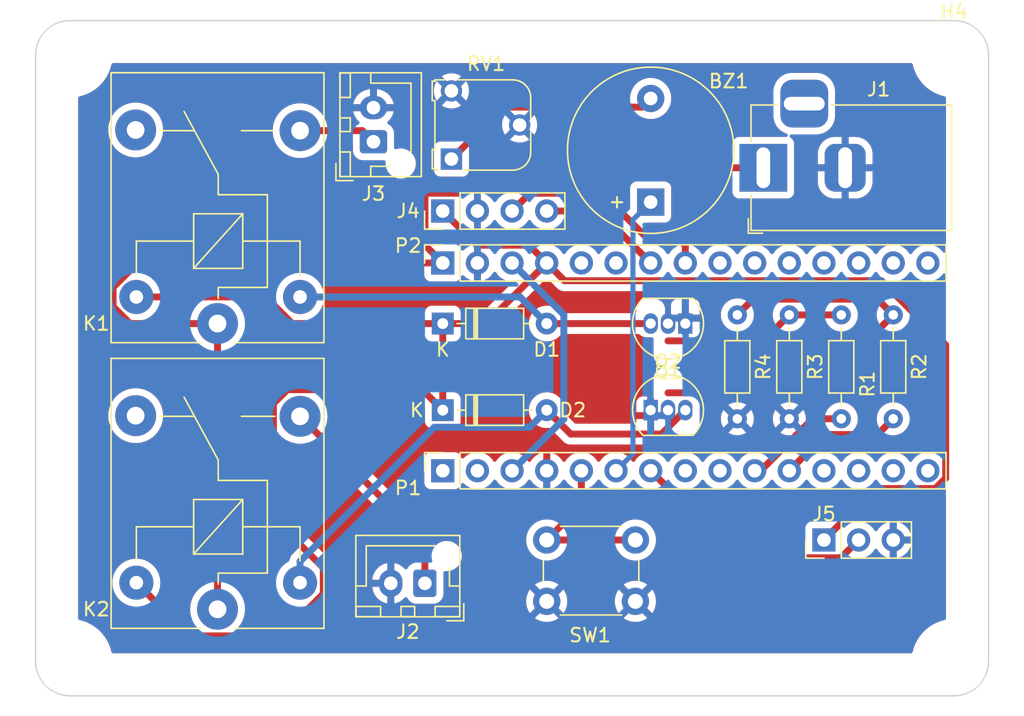
<source format=kicad_pcb>
(kicad_pcb (version 20211014) (generator pcbnew)
  (title_block (date "jeu. 02 avril 2015"))
  (layers (0 "F.Cu" signal) (31 "B.Cu" signal) (34 "B.Paste" user) (35 "F.Paste" user) (36 "B.SilkS" user "B.Silkscreen") (37 "F.SilkS" user "F.Silkscreen") (38 "B.Mask" user) (39 "F.Mask" user) (44 "Edge.Cuts" user))
  (net 0 "")
  (net 1 "/Reset")
  (net 2 "GND")
  (net 3 "+5V")
  (net 4 "Net-(BZ1-Pad2)")
  (net 5 "BUZZER")
  (net 6 "Net-(D1-Pad2)")
  (net 8 "Net-(D2-Pad2)")
  (net 10 "+12V")
  (net 11 "FAN_VCC")
  (net 12 "HEATER_VCC")
  (net 13 "LCD_I2C_SCL")
  (net 14 "ICD_I2C_SDA")
  (net 15 "FAN_RELAY")
  (net 16 "HEATER_RELAY")
  (net 17 "DHT11")
  (net 18 "CTRL")
  (net 19 "Net-(Q1-Pad2)")
  (net 20 "Net-(Q2-Pad2)")
  (net 22 "/1(Tx)")
  (net 23 "/0(Rx)")
  (net 24 "/5(**)")
  (net 25 "/6(**)")
  (net 26 "/9(**)")
  (net 27 "/10(SS)")
  (net 28 "/11(MOSI)")
  (net 29 "/12(MISO)")
  (net 30 "/A7")
  (net 31 "/A6")
  (net 32 "/A3")
  (net 33 "/A2")
  (net 34 "/A1")
  (net 35 "/A0")
  (net 36 "/AREF")
  (net 38 "/13(SCK)")
  (footprint "Connector_PinSocket_2.54mm:PinSocket_1x15_P2.54mm_Vertical" (layer "F.Cu") (at 150.495 125.095 90)
    (fp_text reference "P1" (at -1.27 -2.54 180) (layer "F.SilkS"))
    (fp_text value "Digital")
    (fp_line (start 1.33 1.27) (end 1.33 36.89) (layer "F.SilkS") (width 0.12))
    (fp_line (start 1.33 -1.33) (end 1.33 0) (layer "F.SilkS") (width 0.12))
    (fp_line (start -1.33 1.27) (end -1.33 36.89) (layer "F.SilkS") (width 0.12))
    (fp_line (start -1.33 36.89) (end 1.33 36.89) (layer "F.SilkS") (width 0.12))
    (fp_line (start -1.33 1.27) (end 1.33 1.27) (layer "F.SilkS") (width 0.12))
    (fp_line (start 0 -1.33) (end 1.33 -1.33) (layer "F.SilkS") (width 0.12))
    (pad "1" thru_hole rect locked (at 0 0 90) (size 1.7 1.7) (drill 1) (layers *.Cu *.Mask) (net 22 "/1(Tx)"))
    (pad "2" thru_hole oval locked (at 0 2.54 90) (size 1.7 1.7) (drill 1) (layers *.Cu *.Mask) (net 23 "/0(Rx)"))
    (pad "3" thru_hole oval locked (at 0 5.08 90) (size 1.7 1.7) (drill 1) (layers *.Cu *.Mask) (net 1 "/Reset"))
    (pad "4" thru_hole oval locked (at 0 7.62 90) (size 1.7 1.7) (drill 1) (layers *.Cu *.Mask) (net 2 "GND"))
    (pad "5" thru_hole oval locked (at 0 10.16 90) (size 1.7 1.7) (drill 1) (layers *.Cu *.Mask) (net 18 "CTRL"))
    (pad "6" thru_hole oval locked (at 0 12.7 90) (size 1.7 1.7) (drill 1) (layers *.Cu *.Mask) (net 5 "BUZZER"))
    (pad "7" thru_hole oval locked (at 0 15.24 90) (size 1.7 1.7) (drill 1) (layers *.Cu *.Mask) (net 17 "DHT11"))
    (pad "8" thru_hole oval locked (at 0 17.78 90) (size 1.7 1.7) (drill 1) (layers *.Cu *.Mask) (net 24 "/5(**)"))
    (pad "9" thru_hole oval locked (at 0 20.32 90) (size 1.7 1.7) (drill 1) (layers *.Cu *.Mask) (net 25 "/6(**)"))
    (pad "10" thru_hole oval locked (at 0 22.86 90) (size 1.7 1.7) (drill 1) (layers *.Cu *.Mask) (net 16 "HEATER_RELAY"))
    (pad "11" thru_hole oval locked (at 0 25.4 90) (size 1.7 1.7) (drill 1) (layers *.Cu *.Mask) (net 15 "FAN_RELAY"))
    (pad "12" thru_hole oval locked (at 0 27.94 90) (size 1.7 1.7) (drill 1) (layers *.Cu *.Mask) (net 26 "/9(**)"))
    (pad "13" thru_hole oval locked (at 0 30.48 90) (size 1.7 1.7) (drill 1) (layers *.Cu *.Mask) (net 27 "/10(SS)"))
    (pad "14" thru_hole oval locked (at 0 33.02 90) (size 1.7 1.7) (drill 1) (layers *.Cu *.Mask) (net 28 "/11(MOSI)"))
    (pad "15" thru_hole oval locked (at 0 35.56 90) (size 1.7 1.7) (drill 1) (layers *.Cu *.Mask) (net 29 "/12(MISO)"))
  )
  (footprint "Connector_PinSocket_2.54mm:PinSocket_1x15_P2.54mm_Vertical" (layer "F.Cu") (at 150.495 109.855 90)
    (fp_text reference "P2" (at 1.27 -2.54 180) (layer "F.SilkS"))
    (fp_text value "Analog")
    (fp_line (start 1.33 1.27) (end 1.33 36.89) (layer "F.SilkS") (width 0.12))
    (fp_line (start 1.33 -1.33) (end 1.33 0) (layer "F.SilkS") (width 0.12))
    (fp_line (start -1.33 36.89) (end 1.33 36.89) (layer "F.SilkS") (width 0.12))
    (fp_line (start -1.33 1.27) (end 1.33 1.27) (layer "F.SilkS") (width 0.12))
    (fp_line (start -1.33 1.27) (end -1.33 36.89) (layer "F.SilkS") (width 0.12))
    (fp_line (start 0 -1.33) (end 1.33 -1.33) (layer "F.SilkS") (width 0.12))
    (pad "1" thru_hole rect locked (at 0 0 90) (size 1.7 1.7) (drill 1) (layers *.Cu *.Mask) (net 10 "+12V"))
    (pad "2" thru_hole oval locked (at 0 2.54 90) (size 1.7 1.7) (drill 1) (layers *.Cu *.Mask) (net 2 "GND"))
    (pad "3" thru_hole oval locked (at 0 5.08 90) (size 1.7 1.7) (drill 1) (layers *.Cu *.Mask) (net 1 "/Reset"))
    (pad "4" thru_hole oval locked (at 0 7.62 90) (size 1.7 1.7) (drill 1) (layers *.Cu *.Mask) (net 3 "+5V"))
    (pad "5" thru_hole oval locked (at 0 10.16 90) (size 1.7 1.7) (drill 1) (layers *.Cu *.Mask) (net 30 "/A7"))
    (pad "6" thru_hole oval locked (at 0 12.7 90) (size 1.7 1.7) (drill 1) (layers *.Cu *.Mask) (net 31 "/A6"))
    (pad "7" thru_hole oval locked (at 0 15.24 90) (size 1.7 1.7) (drill 1) (layers *.Cu *.Mask) (net 13 "LCD_I2C_SCL"))
    (pad "8" thru_hole oval locked (at 0 17.78 90) (size 1.7 1.7) (drill 1) (layers *.Cu *.Mask) (net 14 "ICD_I2C_SDA"))
    (pad "9" thru_hole oval locked (at 0 20.32 90) (size 1.7 1.7) (drill 1) (layers *.Cu *.Mask) (net 32 "/A3"))
    (pad "10" thru_hole oval locked (at 0 22.86 90) (size 1.7 1.7) (drill 1) (layers *.Cu *.Mask) (net 33 "/A2"))
    (pad "11" thru_hole oval locked (at 0 25.4 90) (size 1.7 1.7) (drill 1) (layers *.Cu *.Mask) (net 34 "/A1"))
    (pad "12" thru_hole oval locked (at 0 27.94 90) (size 1.7 1.7) (drill 1) (layers *.Cu *.Mask) (net 35 "/A0"))
    (pad "13" thru_hole oval locked (at 0 30.48 90) (size 1.7 1.7) (drill 1) (layers *.Cu *.Mask) (net 36 "/AREF"))
    (pad "14" thru_hole oval locked (at 0 33.02 90) (size 1.7 1.7) (drill 1) (layers *.Cu *.Mask))
    (pad "15" thru_hole oval locked (at 0 35.56 90) (size 1.7 1.7) (drill 1) (layers *.Cu *.Mask) (net 38 "/13(SCK)"))
  )
  (footprint "Buzzer_Beeper:Buzzer_12x9.5RM7.6" (layer "F.Cu") (at 165.735 105.39 90)
    (fp_text reference "BZ1" (at 8.87 5.715 180) (layer "F.SilkS"))
    (fp_text value "Buzzer")
    (fp_text user "+" (at -0.01 -2.54 90) (layer "F.SilkS"))
    (fp_circle (center 3.8 0) (end 9.9 0) (layer "F.SilkS") (width 0.12) (fill none))
    (pad "1" thru_hole rect locked (at 0 0 90) (size 2 2) (drill 1) (layers *.Cu *.Mask) (net 5 "BUZZER"))
    (pad "2" thru_hole circle locked (at 7.6 0 90) (size 2 2) (drill 1) (layers *.Cu *.Mask) (net 4 "Net-(BZ1-Pad2)"))
  )
  (footprint "Diode_THT:D_DO-35_SOD27_P7.62mm_Horizontal" (layer "F.Cu") (at 150.495 114.3)
    (fp_text reference "D1" (at 7.62 1.905) (layer "F.SilkS"))
    (fp_text value "1N4148")
    (fp_text user "K" (at 0 1.905) (layer "F.SilkS"))
    (fp_line (start 2.53 -1.12) (end 2.53 1.12) (layer "F.SilkS") (width 0.12))
    (fp_line (start 2.41 -1.12) (end 2.41 1.12) (layer "F.SilkS") (width 0.12))
    (fp_line (start 1.04 0) (end 1.69 0) (layer "F.SilkS") (width 0.12))
    (fp_line (start 2.29 -1.12) (end 2.29 1.12) (layer "F.SilkS") (width 0.12))
    (fp_line (start 6.58 0) (end 5.93 0) (layer "F.SilkS") (width 0.12))
    (fp_line (start 5.93 -1.12) (end 1.69 -1.12) (layer "F.SilkS") (width 0.12))
    (fp_line (start 5.93 1.12) (end 5.93 -1.12) (layer "F.SilkS") (width 0.12))
    (fp_line (start 1.69 -1.12) (end 1.69 1.12) (layer "F.SilkS") (width 0.12))
    (fp_line (start 1.69 1.12) (end 5.93 1.12) (layer "F.SilkS") (width 0.12))
    (pad "1" thru_hole rect locked (at 0 0) (size 1.6 1.6) (drill 0.8) (layers *.Cu *.Mask) (net 3 "+5V"))
    (pad "2" thru_hole oval locked (at 7.62 0) (size 1.6 1.6) (drill 0.8) (layers *.Cu *.Mask) (net 6 "Net-(D1-Pad2)"))
  )
  (footprint "Diode_THT:D_DO-35_SOD27_P7.62mm_Horizontal" (layer "F.Cu") (at 150.495 120.65)
    (fp_text reference "D2" (at 9.525 0) (layer "F.SilkS"))
    (fp_text value "1N4148")
    (fp_text user "K" (at -1.905 0) (layer "F.SilkS"))
    (fp_line (start 2.41 -1.12) (end 2.41 1.12) (layer "F.SilkS") (width 0.12))
    (fp_line (start 5.93 1.12) (end 5.93 -1.12) (layer "F.SilkS") (width 0.12))
    (fp_line (start 1.69 1.12) (end 5.93 1.12) (layer "F.SilkS") (width 0.12))
    (fp_line (start 2.53 -1.12) (end 2.53 1.12) (layer "F.SilkS") (width 0.12))
    (fp_line (start 1.04 0) (end 1.69 0) (layer "F.SilkS") (width 0.12))
    (fp_line (start 5.93 -1.12) (end 1.69 -1.12) (layer "F.SilkS") (width 0.12))
    (fp_line (start 1.69 -1.12) (end 1.69 1.12) (layer "F.SilkS") (width 0.12))
    (fp_line (start 6.58 0) (end 5.93 0) (layer "F.SilkS") (width 0.12))
    (fp_line (start 2.29 -1.12) (end 2.29 1.12) (layer "F.SilkS") (width 0.12))
    (pad "1" thru_hole rect locked (at 0 0) (size 1.6 1.6) (drill 0.8) (layers *.Cu *.Mask) (net 3 "+5V"))
    (pad "2" thru_hole oval locked (at 7.62 0) (size 1.6 1.6) (drill 0.8) (layers *.Cu *.Mask) (net 8 "Net-(D2-Pad2)"))
  )
  (footprint "MountingHole:MountingHole_2.2mm_M2" (layer "F.Cu") (at 123.19 94.615)
    (fp_text reference "H1" hide)
    (fp_text value "MountingHole")
    (pad "" np_thru_hole circle locked (at 0 0) (size 2.2 2.2) (drill 2.2) (layers *.Cu *.Mask))
  )
  (footprint "MountingHole:MountingHole_2.2mm_M2" (layer "F.Cu") (at 123.19 139.065)
    (fp_text reference "H2" hide)
    (fp_text value "MountingHole")
    (pad "" np_thru_hole circle locked (at 0 0) (size 2.2 2.2) (drill 2.2) (layers *.Cu *.Mask))
  )
  (footprint "MountingHole:MountingHole_2.2mm_M2" (layer "F.Cu") (at 187.96 139.065)
    (fp_text reference "H3" hide)
    (fp_text value "MountingHole")
    (pad "" np_thru_hole circle locked (at 0 0) (size 2.2 2.2) (drill 2.2) (layers *.Cu *.Mask))
  )
  (footprint "Connector_BarrelJack:BarrelJack_Horizontal" (layer "F.Cu") (at 173.99 102.87 180)
    (fp_text reference "J1" (at -8.45 5.75) (layer "F.SilkS"))
    (fp_text value "Barrel_Jack_Switch")
    (fp_line (start 0.9 1.9) (end 0.9 4.6) (layer "F.SilkS") (width 0.12))
    (fp_line (start -5 4.6) (end -13.8 4.6) (layer "F.SilkS") (width 0.12))
    (fp_line (start 0.9 4.6) (end -1 4.6) (layer "F.SilkS") (width 0.12))
    (fp_line (start -13.8 -4.6) (end 0.9 -4.6) (layer "F.SilkS") (width 0.12))
    (fp_line (start 0.9 -4.6) (end 0.9 -2) (layer "F.SilkS") (width 0.12))
    (fp_line (start -13.8 4.6) (end -13.8 -4.6) (layer "F.SilkS") (width 0.12))
    (fp_line (start 1.1 -3.75) (end 1.1 -4.8) (layer "F.SilkS") (width 0.12))
    (fp_line (start 0.05 -4.8) (end 1.1 -4.8) (layer "F.SilkS") (width 0.12))
    (pad "1" thru_hole rect locked (at 0 0 180) (size 3.5 3.5) (drill oval 1 3) (layers *.Cu *.Mask) (net 10 "+12V"))
    (pad "2" thru_hole roundrect locked (at -6 0 180) (size 3 3.5) (drill oval 1 3) (layers *.Cu *.Mask) (net 2 "GND"))
    (pad "3" thru_hole roundrect locked (at -3 4.7 180) (size 3.5 3.5) (drill oval 3 1) (layers *.Cu *.Mask))
  )
  (footprint "Connector_JST:JST_XH_B2B-XH-AM_1x02_P2.50mm_Vertical" (layer "F.Cu") (at 149.185 133.35 180)
    (fp_text reference "J2" (at 1.25 -3.55) (layer "F.SilkS"))
    (fp_text value "Conn_01x02_Male")
    (fp_line (start -1.6 -2.75) (end -2.85 -2.75) (layer "F.SilkS") (width 0.12))
    (fp_line (start -2.55 -1.7) (end -0.75 -1.7) (layer "F.SilkS") (width 0.12))
    (fp_line (start -2.56 3.51) (end 5.06 3.51) (layer "F.SilkS") (width 0.12))
    (fp_line (start -0.75 -1.7) (end -0.75 -2.45) (layer "F.SilkS") (width 0.12))
    (fp_line (start -2.56 -2.46) (end -2.56 3.51) (layer "F.SilkS") (width 0.12))
    (fp_line (start 4.3 -0.2) (end 4.3 2.75) (layer "F.SilkS") (width 0.12))
    (fp_line (start -2.55 -2.45) (end -2.55 -1.7) (layer "F.SilkS") (width 0.12))
    (fp_line (start -0.75 -2.45) (end -2.55 -2.45) (layer "F.SilkS") (width 0.12))
    (fp_line (start 5.06 3.51) (end 5.06 -2.46) (layer "F.SilkS") (width 0.12))
    (fp_line (start 5.06 -2.46) (end -2.56 -2.46) (layer "F.SilkS") (width 0.12))
    (fp_line (start 0.75 -1.7) (end 1.75 -1.7) (layer "F.SilkS") (width 0.12))
    (fp_line (start 1.75 -2.45) (end 0.75 -2.45) (layer "F.SilkS") (width 0.12))
    (fp_line (start 5.05 -0.2) (end 4.3 -0.2) (layer "F.SilkS") (width 0.12))
    (fp_line (start 3.25 -1.7) (end 5.05 -1.7) (layer "F.SilkS") (width 0.12))
    (fp_line (start 4.3 2.75) (end 1.25 2.75) (layer "F.SilkS") (width 0.12))
    (fp_line (start 0.75 -2.45) (end 0.75 -1.7) (layer "F.SilkS") (width 0.12))
    (fp_line (start 3.25 -2.45) (end 3.25 -1.7) (layer "F.SilkS") (width 0.12))
    (fp_line (start 5.05 -1.7) (end 5.05 -2.45) (layer "F.SilkS") (width 0.12))
    (fp_line (start -1.8 -0.2) (end -1.8 1.14) (layer "F.SilkS") (width 0.12))
    (fp_line (start 1.25 2.75) (end -0.74 2.75) (layer "F.SilkS") (width 0.12))
    (fp_line (start -2.85 -2.75) (end -2.85 -1.5) (layer "F.SilkS") (width 0.12))
    (fp_line (start 1.75 -1.7) (end 1.75 -2.45) (layer "F.SilkS") (width 0.12))
    (fp_line (start 5.05 -2.45) (end 3.25 -2.45) (layer "F.SilkS") (width 0.12))
    (fp_line (start -2.55 -0.2) (end -1.8 -0.2) (layer "F.SilkS") (width 0.12))
    (pad "" np_thru_hole circle locked (at -1.6 2 180) (size 1.2 1.2) (drill 1.2) (layers *.Cu *.Mask))
    (pad "1" thru_hole roundrect locked (at 0 0 180) (size 1.7 2) (drill 1) (layers *.Cu *.Mask) (roundrect_rratio 0.1470588235) (net 11 "FAN_VCC"))
    (pad "2" thru_hole oval locked (at 2.5 0 180) (size 1.7 2) (drill 1) (layers *.Cu *.Mask) (net 2 "GND"))
  )
  (footprint "Connector_JST:JST_XH_B2B-XH-AM_1x02_P2.50mm_Vertical" (layer "F.Cu") (at 145.415 100.965 90)
    (fp_text reference "J3" (at -3.81 0 180) (layer "F.SilkS"))
    (fp_text value "Conn_01x02_Male")
    (fp_line (start -2.56 3.51) (end 5.06 3.51) (layer "F.SilkS") (width 0.12))
    (fp_line (start -2.55 -1.7) (end -0.75 -1.7) (layer "F.SilkS") (width 0.12))
    (fp_line (start 0.75 -2.45) (end 0.75 -1.7) (layer "F.SilkS") (width 0.12))
    (fp_line (start 5.05 -2.45) (end 3.25 -2.45) (layer "F.SilkS") (width 0.12))
    (fp_line (start 1.75 -2.45) (end 0.75 -2.45) (layer "F.SilkS") (width 0.12))
    (fp_line (start 0.75 -1.7) (end 1.75 -1.7) (layer "F.SilkS") (width 0.12))
    (fp_line (start 3.25 -2.45) (end 3.25 -1.7) (layer "F.SilkS") (width 0.12))
    (fp_line (start 4.3 2.75) (end 1.25 2.75) (layer "F.SilkS") (width 0.12))
    (fp_line (start 1.75 -1.7) (end 1.75 -2.45) (layer "F.SilkS") (width 0.12))
    (fp_line (start -1.8 -0.2) (end -1.8 1.14) (layer "F.SilkS") (width 0.12))
    (fp_line (start -2.55 -0.2) (end -1.8 -0.2) (layer "F.SilkS") (width 0.12))
    (fp_line (start 5.06 -2.46) (end -2.56 -2.46) (layer "F.SilkS") (width 0.12))
    (fp_line (start 5.05 -1.7) (end 5.05 -2.45) (layer "F.SilkS") (width 0.12))
    (fp_line (start 1.25 2.75) (end -0.74 2.75) (layer "F.SilkS") (width 0.12))
    (fp_line (start 3.25 -1.7) (end 5.05 -1.7) (layer "F.SilkS") (width 0.12))
    (fp_line (start -2.55 -2.45) (end -2.55 -1.7) (layer "F.SilkS") (width 0.12))
    (fp_line (start -0.75 -1.7) (end -0.75 -2.45) (layer "F.SilkS") (width 0.12))
    (fp_line (start -0.75 -2.45) (end -2.55 -2.45) (layer "F.SilkS") (width 0.12))
    (fp_line (start -2.85 -2.75) (end -2.85 -1.5) (layer "F.SilkS") (width 0.12))
    (fp_line (start 5.06 3.51) (end 5.06 -2.46) (layer "F.SilkS") (width 0.12))
    (fp_line (start 5.05 -0.2) (end 4.3 -0.2) (layer "F.SilkS") (width 0.12))
    (fp_line (start -2.56 -2.46) (end -2.56 3.51) (layer "F.SilkS") (width 0.12))
    (fp_line (start -1.6 -2.75) (end -2.85 -2.75) (layer "F.SilkS") (width 0.12))
    (fp_line (start 4.3 -0.2) (end 4.3 2.75) (layer "F.SilkS") (width 0.12))
    (pad "" np_thru_hole circle locked (at -1.6 2 90) (size 1.2 1.2) (drill 1.2) (layers *.Cu *.Mask))
    (pad "1" thru_hole roundrect locked (at 0 0 90) (size 1.7 2) (drill 1) (layers *.Cu *.Mask) (roundrect_rratio 0.1470588235) (net 12 "HEATER_VCC"))
    (pad "2" thru_hole oval locked (at 2.5 0 90) (size 1.7 2) (drill 1) (layers *.Cu *.Mask) (net 2 "GND"))
  )
  (footprint "Connector_PinHeader_2.54mm:PinHeader_1x04_P2.54mm_Vertical" (layer "F.Cu") (at 150.495 106.045 90)
    (fp_text reference "J4" (at 0 -2.54 180) (layer "F.SilkS"))
    (fp_text value "Conn_01x04_Male")
    (fp_line (start -1.33 -1.33) (end 0 -1.33) (layer "F.SilkS") (width 0.12))
    (fp_line (start -1.33 8.95) (end 1.33 8.95) (layer "F.SilkS") (width 0.12))
    (fp_line (start -1.33 0) (end -1.33 -1.33) (layer "F.SilkS") (width 0.12))
    (fp_line (start -1.33 1.27) (end 1.33 1.27) (layer "F.SilkS") (width 0.12))
    (fp_line (start -1.33 1.27) (end -1.33 8.95) (layer "F.SilkS") (width 0.12))
    (fp_line (start 1.33 1.27) (end 1.33 8.95) (layer "F.SilkS") (width 0.12))
    (pad "1" thru_hole rect locked (at 0 0 90) (size 1.7 1.7) (drill 1) (layers *.Cu *.Mask) (net 3 "+5V"))
    (pad "2" thru_hole oval locked (at 0 2.54 90) (size 1.7 1.7) (drill 1) (layers *.Cu *.Mask) (net 2 "GND"))
    (pad "3" thru_hole oval locked (at 0 5.08 90) (size 1.7 1.7) (drill 1) (layers *.Cu *.Mask) (net 14 "ICD_I2C_SDA"))
    (pad "4" thru_hole oval locked (at 0 7.62 90) (size 1.7 1.7) (drill 1) (layers *.Cu *.Mask) (net 13 "LCD_I2C_SCL"))
  )
  (footprint "Relay_THT:Relay_SPDT_SANYOU_SRD_Series_Form_C" (layer "F.Cu") (at 133.985 114.3 90)
    (fp_text reference "K1" (at 0 -8.89 180) (layer "F.SilkS"))
    (fp_text value "SANYOU_SRD_Form_C")
    (fp_line (start 4.05 1.85) (end 4.05 -1.75) (layer "F.SilkS") (width 0.12))
    (fp_line (start 2.65 0.05) (end 2.65 3.65) (layer "F.SilkS") (width 0.12))
    (fp_line (start 9.45 3.65) (end 2.65 3.65) (layer "F.SilkS") (width 0.12))
    (fp_line (start 14.15 -4.2) (end 14.15 -1.7) (layer "F.SilkS") (width 0.12))
    (fp_line (start 9.45 0.05) (end 10.95 0.05) (layer "F.SilkS") (width 0.12))
    (fp_line (start 6.05 -5.95) (end 3.55 -5.95) (layer "F.SilkS") (width 0.12))
    (fp_line (start -1.4 -7.8) (end 18.4 -7.8) (layer "F.SilkS") (width 0.12))
    (fp_line (start 14.15 4.2) (end 14.15 1.75) (layer "F.SilkS") (width 0.12))
    (fp_line (start -1.4 -7.8) (end -1.4 -1.2) (layer "F.SilkS") (width 0.12))
    (fp_line (start 8.05 1.85) (end 4.05 -1.75) (layer "F.SilkS") (width 0.12))
    (fp_line (start 18.4 -7.8) (end 18.4 7.8) (layer "F.SilkS") (width 0.12))
    (fp_line (start 8.05 1.85) (end 4.05 1.85) (layer "F.SilkS") (width 0.12))
    (fp_line (start 4.05 -1.75) (end 8.05 -1.75) (layer "F.SilkS") (width 0.12))
    (fp_line (start 6.05 -5.95) (end 6.05 -1.75) (layer "F.SilkS") (width 0.12))
    (fp_line (start 10.95 0.05) (end 15.55 -2.45) (layer "F.SilkS") (width 0.12))
    (fp_line (start 3.55 6.05) (end 6.05 6.05) (layer "F.SilkS") (width 0.12))
    (fp_line (start -1.4 1.2) (end -1.4 7.8) (layer "F.SilkS") (width 0.12))
    (fp_line (start 18.4 7.8) (end -1.4 7.8) (layer "F.SilkS") (width 0.12))
    (fp_line (start 6.05 1.85) (end 6.05 6.05) (layer "F.SilkS") (width 0.12))
    (fp_line (start 8.05 -1.75) (end 8.05 1.85) (layer "F.SilkS") (width 0.12))
    (fp_line (start 2.65 0.05) (end 1.85 0.05) (layer "F.SilkS") (width 0.12))
    (fp_line (start 9.45 0.05) (end 9.45 3.65) (layer "F.SilkS") (width 0.12))
    (pad "1" thru_hole circle locked (at 0 0 180) (size 3 3) (drill 1.3) (layers *.Cu *.Mask) (net 10 "+12V"))
    (pad "2" thru_hole circle locked (at 1.95 6.05 180) (size 2.5 2.5) (drill 1) (layers *.Cu *.Mask) (net 6 "Net-(D1-Pad2)"))
    (pad "3" thru_hole circle locked (at 14.15 6.05 180) (size 3 3) (drill 1.3) (layers *.Cu *.Mask) (net 12 "HEATER_VCC"))
    (pad "4" thru_hole circle locked (at 14.2 -6 180) (size 3 3) (drill 1.3) (layers *.Cu *.Mask))
    (pad "5" thru_hole circle locked (at 1.95 -5.95 180) (size 2.5 2.5) (drill 1) (layers *.Cu *.Mask) (net 3 "+5V"))
  )
  (footprint "Relay_THT:Relay_SPDT_SANYOU_SRD_Series_Form_C" (layer "F.Cu") (at 133.985 135.255 90)
    (fp_text reference "K2" (at 0 -8.89 180) (layer "F.SilkS"))
    (fp_text value "SANYOU_SRD_Form_C")
    (fp_line (start 4.05 -1.75) (end 8.05 -1.75) (layer "F.SilkS") (width 0.12))
    (fp_line (start 18.4 7.8) (end -1.4 7.8) (layer "F.SilkS") (width 0.12))
    (fp_line (start -1.4 1.2) (end -1.4 7.8) (layer "F.SilkS") (width 0.12))
    (fp_line (start 2.65 0.05) (end 1.85 0.05) (layer "F.SilkS") (width 0.12))
    (fp_line (start 8.05 1.85) (end 4.05 -1.75) (layer "F.SilkS") (width 0.12))
    (fp_line (start 6.05 -5.95) (end 3.55 -5.95) (layer "F.SilkS") (width 0.12))
    (fp_line (start 3.55 6.05) (end 6.05 6.05) (layer "F.SilkS") (width 0.12))
    (fp_line (start 18.4 -7.8) (end 18.4 7.8) (layer "F.SilkS") (width 0.12))
    (fp_line (start 2.65 0.05) (end 2.65 3.65) (layer "F.SilkS") (width 0.12))
    (fp_line (start -1.4 -7.8) (end -1.4 -1.2) (layer "F.SilkS") (width 0.12))
    (fp_line (start 9.45 0.05) (end 10.95 0.05) (layer "F.SilkS") (width 0.12))
    (fp_line (start 10.95 0.05) (end 15.55 -2.45) (layer "F.SilkS") (width 0.12))
    (fp_line (start 14.15 -4.2) (end 14.15 -1.7) (layer "F.SilkS") (width 0.12))
    (fp_line (start 9.45 3.65) (end 2.65 3.65) (layer "F.SilkS") (width 0.12))
    (fp_line (start -1.4 -7.8) (end 18.4 -7.8) (layer "F.SilkS") (width 0.12))
    (fp_line (start 4.05 1.85) (end 4.05 -1.75) (layer "F.SilkS") (width 0.12))
    (fp_line (start 6.05 -5.95) (end 6.05 -1.75) (layer "F.SilkS") (width 0.12))
    (fp_line (start 8.05 -1.75) (end 8.05 1.85) (layer "F.SilkS") (width 0.12))
    (fp_line (start 14.15 4.2) (end 14.15 1.75) (layer "F.SilkS") (width 0.12))
    (fp_line (start 6.05 1.85) (end 6.05 6.05) (layer "F.SilkS") (width 0.12))
    (fp_line (start 9.45 0.05) (end 9.45 3.65) (layer "F.SilkS") (width 0.12))
    (fp_line (start 8.05 1.85) (end 4.05 1.85) (layer "F.SilkS") (width 0.12))
    (pad "1" thru_hole circle locked (at 0 0 180) (size 3 3) (drill 1.3) (layers *.Cu *.Mask) (net 10 "+12V"))
    (pad "2" thru_hole circle locked (at 1.95 6.05 180) (size 2.5 2.5) (drill 1) (layers *.Cu *.Mask) (net 8 "Net-(D2-Pad2)"))
    (pad "3" thru_hole circle locked (at 14.15 6.05 180) (size 3 3) (drill 1.3) (layers *.Cu *.Mask) (net 11 "FAN_VCC"))
    (pad "4" thru_hole circle locked (at 14.2 -6 180) (size 3 3) (drill 1.3) (layers *.Cu *.Mask))
    (pad "5" thru_hole circle locked (at 1.95 -5.95 180) (size 2.5 2.5) (drill 1) (layers *.Cu *.Mask) (net 3 "+5V"))
  )
  (footprint "Package_TO_SOT_THT:TO-92_Inline" (layer "F.Cu") (at 168.275 114.3 180)
    (fp_text reference "Q1" (at 1.27 -3.56 180) (layer "F.SilkS"))
    (fp_text value "S8050")
    (fp_line (start -0.53 1.85) (end 3.07 1.85) (layer "F.SilkS") (width 0.12))
    (fp_arc (start -0.568478 1.838478) (mid -1.132087 -0.994977) (end 1.27 -2.6) (layer "F.SilkS") (width 0.12))
    (fp_arc (start 1.27 -2.6) (mid 3.672087 -0.994977) (end 3.108478 1.838478) (layer "F.SilkS") (width 0.12))
    (pad "1" thru_hole rect (at 0 0 180) (size 1.05 1.5) (drill 0.75) (layers *.Cu *.Mask) (net 2 "GND"))
    (pad "2" thru_hole oval (at 1.27 0 180) (size 1.05 1.5) (drill 0.75) (layers *.Cu *.Mask) (net 19 "Net-(Q1-Pad2)"))
    (pad "3" thru_hole oval (at 2.54 0 180) (size 1.05 1.5) (drill 0.75) (layers *.Cu *.Mask) (net 6 "Net-(D1-Pad2)"))
  )
  (footprint "Package_TO_SOT_THT:TO-92_Inline" (layer "F.Cu") (at 165.735 120.65)
    (fp_text reference "Q2" (at 1.27 -3.56) (layer "F.SilkS"))
    (fp_text value "S8050")
    (fp_line (start -0.53 1.85) (end 3.07 1.85) (layer "F.SilkS") (width 0.12))
    (fp_arc (start -0.568478 1.838478) (mid -1.132087 -0.994977) (end 1.27 -2.6) (layer "F.SilkS") (width 0.12))
    (fp_arc (start 1.27 -2.6) (mid 3.672087 -0.994977) (end 3.108478 1.838478) (layer "F.SilkS") (width 0.12))
    (pad "1" thru_hole rect (at 0 0) (size 1.05 1.5) (drill 0.75) (layers *.Cu *.Mask) (net 2 "GND"))
    (pad "2" thru_hole oval (at 1.27 0) (size 1.05 1.5) (drill 0.75) (layers *.Cu *.Mask) (net 20 "Net-(Q2-Pad2)"))
    (pad "3" thru_hole oval (at 2.54 0) (size 1.05 1.5) (drill 0.75) (layers *.Cu *.Mask) (net 8 "Net-(D2-Pad2)"))
  )
  (footprint "Resistor_THT:R_Axial_DIN0204_L3.6mm_D1.6mm_P7.62mm_Horizontal" (layer "F.Cu") (at 179.705 113.665 -90)
    (fp_text reference "R1" (at 5.08 -1.92 90) (layer "F.SilkS"))
    (fp_text value "1K")
    (fp_line (start 1.89 -0.92) (end 1.89 0.92) (layer "F.SilkS") (width 0.12))
    (fp_line (start 1.89 0.92) (end 5.73 0.92) (layer "F.SilkS") (width 0.12))
    (fp_line (start 0.94 0) (end 1.89 0) (layer "F.SilkS") (width 0.12))
    (fp_line (start 6.68 0) (end 5.73 0) (layer "F.SilkS") (width 0.12))
    (fp_line (start 5.73 -0.92) (end 1.89 -0.92) (layer "F.SilkS") (width 0.12))
    (fp_line (start 5.73 0.92) (end 5.73 -0.92) (layer "F.SilkS") (width 0.12))
    (pad "1" thru_hole circle locked (at 0 0 270) (size 1.4 1.4) (drill 0.7) (layers *.Cu *.Mask) (net 19 "Net-(Q1-Pad2)"))
    (pad "2" thru_hole oval locked (at 7.62 0 270) (size 1.4 1.4) (drill 0.7) (layers *.Cu *.Mask) (net 16 "HEATER_RELAY"))
  )
  (footprint "Resistor_THT:R_Axial_DIN0204_L3.6mm_D1.6mm_P7.62mm_Horizontal" (layer "F.Cu") (at 183.515 113.665 -90)
    (fp_text reference "R2" (at 3.81 -1.905 90) (layer "F.SilkS"))
    (fp_text value "1K")
    (fp_line (start 1.89 0.92) (end 5.73 0.92) (layer "F.SilkS") (width 0.12))
    (fp_line (start 6.68 0) (end 5.73 0) (layer "F.SilkS") (width 0.12))
    (fp_line (start 5.73 0.92) (end 5.73 -0.92) (layer "F.SilkS") (width 0.12))
    (fp_line (start 1.89 -0.92) (end 1.89 0.92) (layer "F.SilkS") (width 0.12))
    (fp_line (start 5.73 -0.92) (end 1.89 -0.92) (layer "F.SilkS") (width 0.12))
    (fp_line (start 0.94 0) (end 1.89 0) (layer "F.SilkS") (width 0.12))
    (pad "1" thru_hole circle locked (at 0 0 270) (size 1.4 1.4) (drill 0.7) (layers *.Cu *.Mask) (net 20 "Net-(Q2-Pad2)"))
    (pad "2" thru_hole oval locked (at 7.62 0 270) (size 1.4 1.4) (drill 0.7) (layers *.Cu *.Mask) (net 15 "FAN_RELAY"))
  )
  (footprint "Resistor_THT:R_Axial_DIN0204_L3.6mm_D1.6mm_P7.62mm_Horizontal" (layer "F.Cu") (at 175.895 121.285 90)
    (fp_text reference "R3" (at 3.81 1.905 90) (layer "F.SilkS"))
    (fp_text value "10K")
    (fp_line (start 5.73 0.92) (end 5.73 -0.92) (layer "F.SilkS") (width 0.12))
    (fp_line (start 6.68 0) (end 5.73 0) (layer "F.SilkS") (width 0.12))
    (fp_line (start 0.94 0) (end 1.89 0) (layer "F.SilkS") (width 0.12))
    (fp_line (start 5.73 -0.92) (end 1.89 -0.92) (layer "F.SilkS") (width 0.12))
    (fp_line (start 1.89 0.92) (end 5.73 0.92) (layer "F.SilkS") (width 0.12))
    (fp_line (start 1.89 -0.92) (end 1.89 0.92) (layer "F.SilkS") (width 0.12))
    (pad "1" thru_hole circle locked (at 0 0 90) (size 1.4 1.4) (drill 0.7) (layers *.Cu *.Mask) (net 2 "GND"))
    (pad "2" thru_hole oval locked (at 7.62 0 90) (size 1.4 1.4) (drill 0.7) (layers *.Cu *.Mask) (net 19 "Net-(Q1-Pad2)"))
  )
  (footprint "Resistor_THT:R_Axial_DIN0204_L3.6mm_D1.6mm_P7.62mm_Horizontal" (layer "F.Cu") (at 172.085 121.285 90)
    (fp_text reference "R4" (at 3.81 1.905 270) (layer "F.SilkS"))
    (fp_text value "10K")
    (fp_line (start 5.73 -0.92) (end 1.89 -0.92) (layer "F.SilkS") (width 0.12))
    (fp_line (start 1.89 -0.92) (end 1.89 0.92) (layer "F.SilkS") (width 0.12))
    (fp_line (start 0.94 0) (end 1.89 0) (layer "F.SilkS") (width 0.12))
    (fp_line (start 6.68 0) (end 5.73 0) (layer "F.SilkS") (width 0.12))
    (fp_line (start 5.73 0.92) (end 5.73 -0.92) (layer "F.SilkS") (width 0.12))
    (fp_line (start 1.89 0.92) (end 5.73 0.92) (layer "F.SilkS") (width 0.12))
    (pad "1" thru_hole circle locked (at 0 0 90) (size 1.4 1.4) (drill 0.7) (layers *.Cu *.Mask) (net 2 "GND"))
    (pad "2" thru_hole oval locked (at 7.62 0 90) (size 1.4 1.4) (drill 0.7) (layers *.Cu *.Mask) (net 20 "Net-(Q2-Pad2)"))
  )
  (footprint "Button_Switch_THT:SW_PUSH_6mm" (layer "F.Cu") (at 158.115 130.175)
    (fp_text reference "SW1" (at 3.175 6.985) (layer "F.SilkS"))
    (fp_text value "SW_Push")
    (fp_line (start 5.5 -1) (end 1 -1) (layer "F.SilkS") (width 0.12))
    (fp_line (start -0.25 1.5) (end -0.25 3) (layer "F.SilkS") (width 0.12))
    (fp_line (start 1 5.5) (end 5.5 5.5) (layer "F.SilkS") (width 0.12))
    (fp_line (start 6.75 3) (end 6.75 1.5) (layer "F.SilkS") (width 0.12))
    (pad "1" thru_hole circle locked (at 6.5 0 90) (size 2 2) (drill 1.1) (layers *.Cu *.Mask) (net 18 "CTRL"))
    (pad "1" thru_hole circle locked (at 0 0 90) (size 2 2) (drill 1.1) (layers *.Cu *.Mask) (net 18 "CTRL"))
    (pad "2" thru_hole circle locked (at 6.5 4.5 90) (size 2 2) (drill 1.1) (layers *.Cu *.Mask) (net 2 "GND"))
    (pad "2" thru_hole circle locked (at 0 4.5 90) (size 2 2) (drill 1.1) (layers *.Cu *.Mask) (net 2 "GND"))
  )
  (footprint "Connector_PinHeader_2.54mm:PinHeader_1x03_P2.54mm_Vertical" (layer "F.Cu") (at 178.435 130.175 90)
    (fp_text reference "J5" (at 1.905 0 180) (layer "F.SilkS"))
    (fp_text value "Conn_01x03_Male")
    (fp_line (start 1.33 1.27) (end 1.33 6.41) (layer "F.SilkS") (width 0.12))
    (fp_line (start -1.33 6.41) (end 1.33 6.41) (layer "F.SilkS") (width 0.12))
    (fp_line (start -1.33 0) (end -1.33 -1.33) (layer "F.SilkS") (width 0.12))
    (fp_line (start -1.33 -1.33) (end 0 -1.33) (layer "F.SilkS") (width 0.12))
    (fp_line (start -1.33 1.27) (end 1.33 1.27) (layer "F.SilkS") (width 0.12))
    (fp_line (start -1.33 1.27) (end -1.33 6.41) (layer "F.SilkS") (width 0.12))
    (pad "1" thru_hole rect locked (at 0 0 90) (size 1.7 1.7) (drill 1) (layers *.Cu *.Mask) (net 3 "+5V"))
    (pad "2" thru_hole oval locked (at 0 2.54 90) (size 1.7 1.7) (drill 1) (layers *.Cu *.Mask) (net 17 "DHT11"))
    (pad "3" thru_hole oval locked (at 0 5.08 90) (size 1.7 1.7) (drill 1) (layers *.Cu *.Mask) (net 2 "GND"))
  )
  (footprint "Potentiometer_THT:Potentiometer_Runtron_RM-065_Vertical" (layer "F.Cu") (at 151.13 102.235 90)
    (fp_text reference "RV1" (at 6.985 2.54 180) (layer "F.SilkS"))
    (fp_text value "10K")
    (fp_line (start 0.71 -1.21) (end 0.71 -1.41) (layer "F.SilkS") (width 0.12))
    (fp_line (start -0.81 4.5) (end -0.81 0.96) (layer "F.SilkS") (width 0.12))
    (fp_line (start -0.71 -1.21) (end -0.81 -1.21) (layer "F.SilkS") (width 0.12))
    (fp_line (start 4.29 -1.21) (end 4.29 -1.41) (layer "F.SilkS") (width 0.12))
    (fp_line (start 4.5 5.81) (end 3.01 5.81) (layer "F.SilkS") (width 0.12))
    (fp_line (start 4.29 -1.41) (end 5.71 -1.41) (layer "F.SilkS") (width 0.12))
    (fp_line (start 5.71 -1.41) (end 5.71 -1.21) (layer "F.SilkS") (width 0.12))
    (fp_line (start -0.71 -1.41) (end 0.71 -1.41) (layer "F.SilkS") (width 0.12))
    (fp_line (start 0.71 -1.21) (end 4.29 -1.21) (layer "F.SilkS") (width 0.12))
    (fp_line (start -0.81 -1.21) (end -0.81 -0.96) (layer "F.SilkS") (width 0.12))
    (fp_line (start 1.99 5.81) (end 0.5 5.81) (layer "F.SilkS") (width 0.12))
    (fp_line (start -0.71 -1.41) (end -0.71 -1.21) (layer "F.SilkS") (width 0.12))
    (fp_line (start 5.71 -1.21) (end 5.81 -1.21) (layer "F.SilkS") (width 0.12))
    (fp_line (start 5.81 -1.21) (end 5.81 -0.52) (layer "F.SilkS") (width 0.12))
    (fp_line (start 5.81 0.52) (end 5.81 4.5) (layer "F.SilkS") (width 0.12))
    (fp_arc (start 5.81 4.5) (mid 5.42631 5.42631) (end 4.5 5.81) (layer "F.SilkS") (width 0.12))
    (fp_arc (start 0.5 5.81) (mid -0.42631 5.42631) (end -0.81 4.5) (layer "F.SilkS") (width 0.12))
    (pad "1" thru_hole rect (at 0 0 90) (size 1.56 1.56) (drill 1) (layers *.Cu *.Mask) (net 4 "Net-(BZ1-Pad2)"))
    (pad "2" thru_hole circle (at 2.5 5 90) (size 1.56 1.56) (drill 1) (layers *.Cu *.Mask) (net 2 "GND"))
    (pad "3" thru_hole circle (at 5 0 90) (size 1.56 1.56) (drill 1) (layers *.Cu *.Mask) (net 2 "GND"))
  )
  (footprint "MountingHole:MountingHole_2.2mm_M2" (layer "F.Cu") (at 187.96 94.615)
    (fp_text reference "H4" (at 0 -3.2) (layer "F.SilkS"))
    (fp_text value "MountingHole")
    (pad "" np_thru_hole circle (at 0 0) (size 2.2 2.2) (drill 2.2) (layers *.Cu *.Mask))
  )
  (gr_line (start 190.5 139.065) (end 190.5 94.615) (layer "Edge.Cuts") (width 0.1))
  (gr_arc (start 190.5 139.065) (mid 189.756051 140.861051) (end 187.96 141.605) (layer "Edge.Cuts") (width 0.1))
  (gr_arc (start 120.65 94.615) (mid 121.393949 92.818949) (end 123.19 92.075) (layer "Edge.Cuts") (width 0.1))
  (gr_line (start 187.96 92.075) (end 123.19 92.075) (layer "Edge.Cuts") (width 0.1))
  (gr_arc (start 123.19 141.605) (mid 121.393949 140.861051) (end 120.65 139.065) (layer "Edge.Cuts") (width 0.1))
  (gr_line (start 120.65 94.615) (end 120.65 139.065) (layer "Edge.Cuts") (width 0.1))
  (gr_arc (start 187.96 92.075) (mid 189.756051 92.818949) (end 190.5 94.615) (layer "Edge.Cuts") (width 0.1))
  (gr_line (start 123.19 141.605) (end 187.96 141.605) (layer "Edge.Cuts") (width 0.1))
  (segment (start 155.575 109.855) (end 159.368511 113.648511) (width 0.508) (layer "B.Cu") (net 1))
  (segment (start 159.368511 113.648511) (end 159.368511 121.301489) (width 0.508) (layer "B.Cu") (net 1))
  (segment (start 159.368511 121.301489) (end 155.575 125.095) (width 0.508) (layer "B.Cu") (net 1))
  (segment (start 150.495 114.3) (end 139.463078 114.3) (width 0.508) (layer "F.Cu") (net 3))
  (segment (start 159.418511 111.158511) (end 158.115 109.855) (width 0.508) (layer "F.Cu") (net 3))
  (segment (start 141.739001 132.214001) (end 141.739001 134.122921) (width 0.508) (layer "F.Cu") (net 3))
  (segment (start 137.509077 112.345999) (end 128.039001 112.345999) (width 0.508) (layer "F.Cu") (net 3))
  (segment (start 182.639823 111.158511) (end 159.418511 111.158511) (width 0.508) (layer "F.Cu") (net 3))
  (segment (start 131.939001 137.209001) (end 128.035 133.305) (width 0.508) (layer "F.Cu") (net 3))
  (segment (start 141.739001 134.122921) (end 138.652921 137.209001) (width 0.508) (layer "F.Cu") (net 3))
  (segment (start 139.097079 119.150999) (end 138.080999 120.167079) (width 0.508) (layer "F.Cu") (net 3))
  (segment (start 187.358511 125.634933) (end 187.358511 115.877199) (width 0.508) (layer "F.Cu") (net 3))
  (segment (start 187.358511 115.877199) (end 182.639823 111.158511) (width 0.508) (layer "F.Cu") (net 3))
  (segment (start 150.495 114.3) (end 153.67 114.3) (width 0.508) (layer "F.Cu") (net 3))
  (segment (start 182.211489 126.398511) (end 186.594933 126.398511) (width 0.508) (layer "F.Cu") (net 3))
  (segment (start 138.652921 137.209001) (end 131.939001 137.209001) (width 0.508) (layer "F.Cu") (net 3))
  (segment (start 148.995999 119.150999) (end 139.097079 119.150999) (width 0.508) (layer "F.Cu") (net 3))
  (segment (start 150.495 114.3) (end 150.495 120.65) (width 0.508) (layer "F.Cu") (net 3))
  (segment (start 128.039001 112.345999) (end 128.035 112.35) (width 0.508) (layer "F.Cu") (net 3))
  (segment (start 153.67 114.3) (end 158.115 109.855) (width 0.508) (layer "F.Cu") (net 3))
  (segment (start 153.001489 108.551489) (end 150.495 106.045) (width 0.508) (layer "F.Cu") (net 3))
  (segment (start 156.811489 108.551489) (end 153.001489 108.551489) (width 0.508) (layer "F.Cu") (net 3))
  (segment (start 138.080999 128.555999) (end 141.739001 132.214001) (width 0.508) (layer "F.Cu") (net 3))
  (segment (start 186.594933 126.398511) (end 187.358511 125.634933) (width 0.508) (layer "F.Cu") (net 3))
  (segment (start 158.115 109.855) (end 156.811489 108.551489) (width 0.508) (layer "F.Cu") (net 3))
  (segment (start 138.080999 120.167079) (end 138.080999 128.555999) (width 0.508) (layer "F.Cu") (net 3))
  (segment (start 178.435 130.175) (end 182.211489 126.398511) (width 0.508) (layer "F.Cu") (net 3))
  (segment (start 150.495 120.65) (end 148.995999 119.150999) (width 0.508) (layer "F.Cu") (net 3))
  (segment (start 139.463078 114.3) (end 137.509077 112.345999) (width 0.508) (layer "F.Cu") (net 3))
  (segment (start 154.94 98.425) (end 151.13 102.235) (width 0.508) (layer "F.Cu") (net 4))
  (segment (start 165.1 98.425) (end 154.94 98.425) (width 0.508) (layer "F.Cu") (net 4))
  (segment (start 165.735 97.79) (end 165.1 98.425) (width 0.508) (layer "F.Cu") (net 4))
  (segment (start 165.735 105.39) (end 164.435011 106.689989) (width 0.381) (layer "B.Cu") (net 5))
  (segment (start 164.435011 106.689989) (end 164.435011 123.854989) (width 0.381) (layer "B.Cu") (net 5))
  (segment (start 164.435011 123.854989) (end 163.195 125.095) (width 0.381) (layer "B.Cu") (net 5))
  (segment (start 158.115 114.3) (end 165.735 114.3) (width 0.508) (layer "F.Cu") (net 6))
  (segment (start 158.115 114.3) (end 156.165 112.35) (width 0.508) (layer "B.Cu") (net 6))
  (segment (start 156.165 112.35) (end 140.035 112.35) (width 0.508) (layer "B.Cu") (net 6))
  (segment (start 158.115 120.65) (end 159.869001 122.404001) (width 0.508) (layer "F.Cu") (net 8))
  (segment (start 159.869001 122.404001) (end 166.520999 122.404001) (width 0.508) (layer "F.Cu") (net 8))
  (segment (start 166.520999 122.404001) (end 168.275 120.65) (width 0.508) (layer "F.Cu") (net 8))
  (segment (start 149.876489 121.903511) (end 140.035 131.745) (width 0.508) (layer "B.Cu") (net 8))
  (segment (start 156.861489 121.903511) (end 149.876489 121.903511) (width 0.508) (layer "B.Cu") (net 8))
  (segment (start 158.115 120.65) (end 156.861489 121.903511) (width 0.508) (layer "B.Cu") (net 8))
  (segment (start 140.035 131.745) (end 140.035 133.305) (width 0.508) (layer "B.Cu") (net 8))
  (segment (start 151.798511 104.741489) (end 149.191489 104.741489) (width 0.508) (layer "F.Cu") (net 10))
  (segment (start 173.99 102.87) (end 153.67 102.87) (width 0.508) (layer "F.Cu") (net 10))
  (segment (start 133.985 114.3) (end 133.985 135.255) (width 0.508) (layer "F.Cu") (net 10))
  (segment (start 126.331489 113.055618) (end 127.575871 114.3) (width 0.508) (layer "F.Cu") (net 10))
  (segment (start 149.191489 108.551489) (end 150.495 109.855) (width 0.508) (layer "F.Cu") (net 10))
  (segment (start 150.495 109.855) (end 128.120871 109.855) (width 0.508) (layer "F.Cu") (net 10))
  (segment (start 126.331489 111.644382) (end 126.331489 113.055618) (width 0.508) (layer "F.Cu") (net 10))
  (segment (start 127.575871 114.3) (end 133.985 114.3) (width 0.508) (layer "F.Cu") (net 10))
  (segment (start 149.191489 104.741489) (end 149.191489 108.551489) (width 0.508) (layer "F.Cu") (net 10))
  (segment (start 128.120871 109.855) (end 126.331489 111.644382) (width 0.508) (layer "F.Cu") (net 10))
  (segment (start 153.67 102.87) (end 151.798511 104.741489) (width 0.508) (layer "F.Cu") (net 10))
  (segment (start 149.185 133.35) (end 149.185 130.255) (width 0.508) (layer "F.Cu") (net 11))
  (segment (start 149.185 130.255) (end 140.035 121.105) (width 0.508) (layer "F.Cu") (net 11))
  (segment (start 144.6 100.15) (end 140.035 100.15) (width 0.508) (layer "F.Cu") (net 12))
  (segment (start 145.415 100.965) (end 144.6 100.15) (width 0.508) (layer "F.Cu") (net 12))
  (segment (start 158.115 106.045) (end 161.925 106.045) (width 0.508) (layer "F.Cu") (net 13))
  (segment (start 161.925 106.045) (end 165.735 109.855) (width 0.508) (layer "F.Cu") (net 13))
  (segment (start 167.64 107.95) (end 168.275 108.585) (width 0.508) (layer "F.Cu") (net 14))
  (segment (start 165.387978 107.95) (end 167.64 107.95) (width 0.508) (layer "F.Cu") (net 14))
  (segment (start 162.179467 104.741489) (end 165.387978 107.95) (width 0.508) (layer "F.Cu") (net 14))
  (segment (start 168.275 109.855) (end 168.275 108.585) (width 0.508) (layer "F.Cu") (net 14))
  (segment (start 156.878511 104.741489) (end 162.179467 104.741489) (width 0.508) (layer "F.Cu") (net 14))
  (segment (start 155.575 106.045) (end 156.878511 104.741489) (width 0.508) (layer "F.Cu") (net 14))
  (segment (start 182.360999 122.439001) (end 178.550999 122.439001) (width 0.508) (layer "F.Cu") (net 15))
  (segment (start 183.515 121.285) (end 182.360999 122.439001) (width 0.508) (layer "F.Cu") (net 15))
  (segment (start 178.550999 122.439001) (end 175.895 125.095) (width 0.508) (layer "F.Cu") (net 15))
  (segment (start 173.792922 125.095) (end 173.355 125.095) (width 0.508) (layer "F.Cu") (net 16))
  (segment (start 179.705 121.285) (end 177.602922 121.285) (width 0.508) (layer "F.Cu") (net 16))
  (segment (start 177.602922 121.285) (end 173.792922 125.095) (width 0.508) (layer "F.Cu") (net 16))
  (segment (start 180.975 130.175) (end 179.670999 131.479001) (width 0.508) (layer "F.Cu") (net 17))
  (segment (start 179.670999 131.479001) (end 172.119001 131.479001) (width 0.508) (layer "F.Cu") (net 17))
  (segment (start 172.119001 131.479001) (end 165.735 125.095) (width 0.508) (layer "F.Cu") (net 17))
  (segment (start 160.655 125.095) (end 160.655 127.635) (width 0.508) (layer "F.Cu") (net 18))
  (segment (start 160.655 127.635) (end 158.115 130.175) (width 0.508) (layer "F.Cu") (net 18))
  (segment (start 164.615 130.175) (end 158.115 130.175) (width 0.508) (layer "F.Cu") (net 18))
  (segment (start 173.99 115.57) (end 167.005 115.57) (width 0.508) (layer "F.Cu") (net 19))
  (segment (start 179.705 113.665) (end 175.895 113.665) (width 0.508) (layer "F.Cu") (net 19))
  (segment (start 175.895 113.665) (end 173.99 115.57) (width 0.508) (layer "F.Cu") (net 19))
  (segment (start 182.360999 112.510999) (end 173.239001 112.510999) (width 0.508) (layer "F.Cu") (net 20))
  (segment (start 167.005 119.38) (end 177.8 119.38) (width 0.508) (layer "F.Cu") (net 20))
  (segment (start 183.515 113.665) (end 182.360999 112.510999) (width 0.508) (layer "F.Cu") (net 20))
  (segment (start 173.239001 112.510999) (end 172.085 113.665) (width 0.508) (layer "F.Cu") (net 20))
  (segment (start 177.8 119.38) (end 183.515 113.665) (width 0.508) (layer "F.Cu") (net 20))
  (zone (net 2) (net_name "GND") (layer "F.Cu") (connect_pads (clearance 0.508)) (min_thickness 0.254) (fill yes (thermal_gap 0.508) (thermal_bridge_width 0.508))
    (polygon (pts (xy 187.96 139.065) (xy 123.19 139.065) (xy 123.19 94.615) (xy 187.96 94.615)))
  )
  (zone (net 2) (net_name "GND") (layer "B.Cu") (connect_pads (clearance 0.508)) (min_thickness 0.254) (fill yes (thermal_gap 0.508) (thermal_bridge_width 0.508))
    (polygon (pts (xy 187.96 139.065) (xy 123.19 139.065) (xy 123.19 94.615) (xy 187.96 94.615)))
  )
)
</source>
